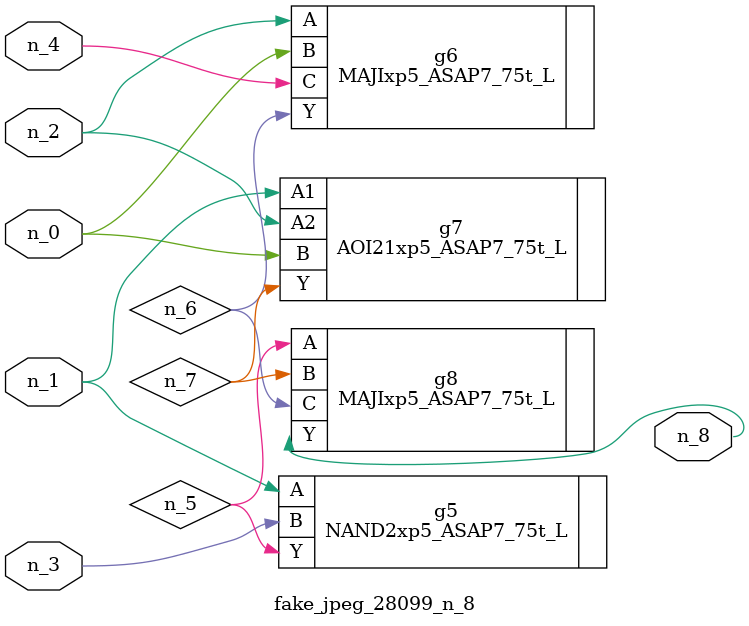
<source format=v>
module fake_jpeg_28099_n_8 (n_3, n_2, n_1, n_0, n_4, n_8);

input n_3;
input n_2;
input n_1;
input n_0;
input n_4;

output n_8;

wire n_6;
wire n_5;
wire n_7;

NAND2xp5_ASAP7_75t_L g5 ( 
.A(n_1),
.B(n_3),
.Y(n_5)
);

MAJIxp5_ASAP7_75t_L g6 ( 
.A(n_2),
.B(n_0),
.C(n_4),
.Y(n_6)
);

AOI21xp5_ASAP7_75t_L g7 ( 
.A1(n_1),
.A2(n_2),
.B(n_0),
.Y(n_7)
);

MAJIxp5_ASAP7_75t_L g8 ( 
.A(n_5),
.B(n_7),
.C(n_6),
.Y(n_8)
);


endmodule
</source>
